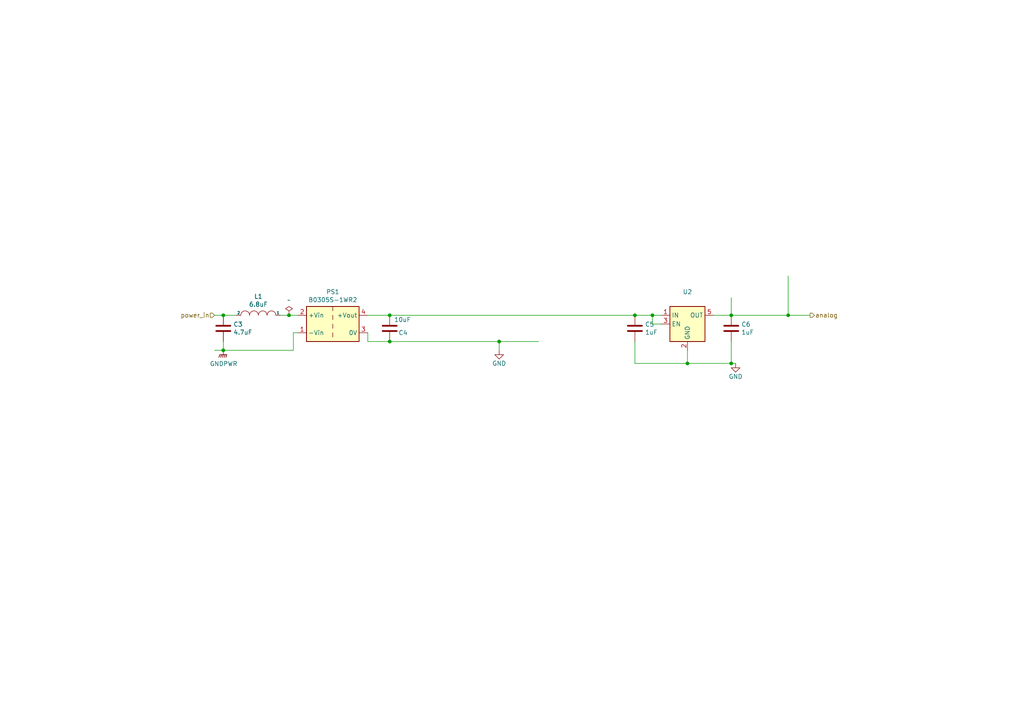
<source format=kicad_sch>
(kicad_sch (version 20211123) (generator eeschema)
  (paper "A4")
  (lib_symbols
    (symbol "0JLC-6:10uF_1206_50V" (pin_numbers hide) (pin_names (offset 0.254))
      (property "Reference" "C" (at 0.635 2.54 0))
      (property "Value" "10uF_1206_50V" (at 0.635 -2.54 0))
      (symbol "10uF_1206_50V_0_1"
        (polyline (pts (xy -2.032 -0.762) (xy 2.032 -0.762)) (stroke (width 0.508)))
        (polyline (pts (xy -2.032 0.762) (xy 2.032 0.762)) (stroke (width 0.508)))
      )
      (symbol "10uF_1206_50V_1_1"
        (pin passive line (at 0 3.81 270) (length 2.794) (name "~") (number "1"))
        (pin passive line (at 0 -3.81 90) (length 2.794) (name "~") (number "2"))
      )
    )
    (symbol "0JLC-6:1uF" (pin_numbers hide) (pin_names (offset 0.254))
      (property "Reference" "C" (at 0.635 2.54 0))
      (property "Value" "1uF" (at 0.635 -2.54 0))
      (symbol "1uF_0_1"
        (polyline (pts (xy -2.032 -0.762) (xy 2.032 -0.762)) (stroke (width 0.508)))
        (polyline (pts (xy -2.032 0.762) (xy 2.032 0.762)) (stroke (width 0.508)))
      )
      (symbol "1uF_1_1"
        (pin passive line (at 0 3.81 270) (length 2.794) (name "~") (number "1"))
        (pin passive line (at 0 -3.81 90) (length 2.794) (name "~") (number "2"))
      )
    )
    (symbol "0JLC-6:4.7uF_1206_50V" (pin_numbers hide) (pin_names (offset 0.254))
      (property "Reference" "C" (at 0.635 2.54 0))
      (property "Value" "4.7uF_1206_50V" (at 0.635 -2.54 0))
      (symbol "4.7uF_1206_50V_0_1"
        (polyline (pts (xy -2.032 -0.762) (xy 2.032 -0.762)) (stroke (width 0.508)))
        (polyline (pts (xy -2.032 0.762) (xy 2.032 0.762)) (stroke (width 0.508)))
      )
      (symbol "4.7uF_1206_50V_1_1"
        (pin passive line (at 0 3.81 270) (length 2.794) (name "~") (number "1"))
        (pin passive line (at 0 -3.81 90) (length 2.794) (name "~") (number "2"))
      )
    )
    (symbol "0JLC-6:LP5907MFX-3.3"
      (property "Reference" "U" (at -3.81 6.35 0))
      (property "Value" "LP5907MFX-3.3" (at 6.35 6.35 0))
      (symbol "LP5907MFX-3.3_0_1"
        (rectangle (start -5.08 -5.08) (end 5.08 5.08) (stroke (width 0.254)) (fill (type background)))
        (pin power_in line (at -7.62 2.54 0) (length 2.54) (name "IN") (number "1"))
        (pin power_in line (at 0 -7.62 90) (length 2.54) (name "GND") (number "2"))
        (pin input line (at -7.62 0 0) (length 2.54) (name "EN") (number "3"))
        (pin no_connect line (at 5.08 0 180) (length 2.54) hide (name "NC") (number "4"))
        (pin power_out line (at 7.62 2.54 180) (length 2.54) (name "OUT") (number "5"))
      )
    )
    (symbol "power:GND" (power) (pin_names (offset 0))
      (property "Value" "GND" (at 0 -3.81 0))
      (symbol "GND_0_1"
        (polyline (pts (xy 0 0) (xy 0 -1.27) (xy 1.27 -1.27) (xy 0 -2.54) (xy -1.27 -1.27) (xy 0 -1.27)))
      )
      (symbol "GND_1_1"
        (pin power_in line (at 0 0 270) (length 0) hide (name "GND") (number "1"))
      )
    )
    (symbol "power:GNDPWR" (power) (pin_names (offset 0))
      (property "Value" "GNDPWR" (at 0 -3.302 0))
      (symbol "GNDPWR_0_1"
        (polyline (pts (xy 0 -1.27) (xy 0 0)))
        (polyline (pts (xy -1.016 -1.27) (xy -1.27 -2.032) (xy -1.27 -2.032)) (stroke (width 0.2032)))
        (polyline (pts (xy -0.508 -1.27) (xy -0.762 -2.032) (xy -0.762 -2.032)) (stroke (width 0.2032)))
        (polyline (pts (xy 0 -1.27) (xy -0.254 -2.032) (xy -0.254 -2.032)) (stroke (width 0.2032)))
        (polyline (pts (xy 0.508 -1.27) (xy 0.254 -2.032) (xy 0.254 -2.032)) (stroke (width 0.2032)))
        (polyline (pts (xy 1.016 -1.27) (xy -1.016 -1.27) (xy -1.016 -1.27)) (stroke (width 0.2032)))
        (polyline (pts (xy 1.016 -1.27) (xy 0.762 -2.032) (xy 0.762 -2.032) (xy 0.762 -2.032)) (stroke (width 0.2032)))
      )
      (symbol "GNDPWR_1_1"
        (pin power_in line (at 0 0 270) (length 0) hide (name "GNDPWR") (number "1"))
      )
    )
    (symbol "power:PWR_FLAG" (power) (pin_numbers hide) (pin_names (offset 0) hide)
      (property "Value" "PWR_FLAG" (at 0 3.81 0))
      (symbol "PWR_FLAG_0_0"
        (pin power_out line (at 0 0 90) (length 0) (name "pwr") (number "1"))
      )
      (symbol "PWR_FLAG_0_1"
        (polyline (pts (xy 0 0) (xy 0 1.27) (xy -1.016 1.905) (xy 0 2.54) (xy 1.016 1.905) (xy 0 1.27)))
      )
    )
    (symbol "pspice:INDUCTOR" (pin_numbers hide) (pin_names (offset 0))
      (property "Reference" "L" (at 0 2.54 0))
      (property "Value" "INDUCTOR" (at 0 -1.27 0))
      (symbol "INDUCTOR_0_1"
        (arc (start -2.54 0) (mid -3.81 1.27) (end -5.08 0))
        (arc (start 0 0) (mid -1.27 1.27) (end -2.54 0))
        (arc (start 2.54 0) (mid 1.27 1.27) (end 0 0))
        (arc (start 5.08 0) (mid 3.81 1.27) (end 2.54 0))
      )
      (symbol "INDUCTOR_1_1"
        (pin input line (at -6.35 0 0) (length 1.27) (name "1") (number "1"))
        (pin input line (at 6.35 0 180) (length 1.27) (name "2") (number "2"))
      )
    )
    (symbol "uart_mux-rescue:B0305S-1WR2-0my_power"
      (property "Reference" "PS" (at -7.62 6.35 0))
      (property "Value" "B0305S-1WR2-0my_power" (at 1.27 6.35 0))
      (symbol "B0305S-1WR2-0my_power_0_0"
        (pin power_in line (at -10.16 -2.54 0) (length 2.54) (name "-Vin") (number "1"))
        (pin power_in line (at -10.16 2.54 0) (length 2.54) (name "+Vin") (number "2"))
        (pin power_out line (at 10.16 -2.54 180) (length 2.54) (name "0V") (number "3"))
        (pin power_out line (at 10.16 2.54 180) (length 2.54) (name "+Vout") (number "4"))
      )
      (symbol "B0305S-1WR2-0my_power_0_1"
        (rectangle (start -7.62 5.08) (end 7.62 -5.08) (stroke (width 0.254)) (fill (type background)))
        (polyline (pts (xy 0 -2.54) (xy 0 -3.81)))
        (polyline (pts (xy 0 0) (xy 0 -1.27)))
        (polyline (pts (xy 0 2.54) (xy 0 1.27)))
        (polyline (pts (xy 0 5.08) (xy 0 3.81)))
      )
    )
  )
  (junction (at 189.23 91.44))
  (junction (at 212.09 105.41))
  (junction (at 212.09 91.44))
  (junction (at 113.03 91.44))
  (junction (at 199.39 105.41))
  (junction (at 83.82 91.44))
  (junction (at 64.77 101.6))
  (junction (at 144.78 99.06))
  (junction (at 228.6 91.44))
  (junction (at 64.77 91.44))
  (junction (at 184.15 91.44))
  (junction (at 113.03 99.06))
  (wire (pts (xy 184.15 91.44) (xy 189.23 91.44)))
  (wire (pts (xy 85.09 96.52) (xy 85.09 101.6)))
  (wire (pts (xy 113.03 99.06) (xy 144.78 99.06)))
  (wire (pts (xy 106.68 96.52) (xy 106.68 99.06)))
  (wire (pts (xy 64.77 99.06) (xy 64.77 101.6)))
  (wire (pts (xy 228.6 80.01) (xy 228.6 91.44)))
  (wire (pts (xy 184.15 105.41) (xy 184.15 99.06)))
  (wire (pts (xy 83.82 91.44) (xy 86.36 91.44)))
  (wire (pts (xy 212.09 91.44) (xy 207.01 91.44)))
  (wire (pts (xy 113.03 91.44) (xy 184.15 91.44)))
  (wire (pts (xy 212.09 105.41) (xy 213.36 105.41)))
  (wire (pts (xy 62.23 91.44) (xy 64.77 91.44)))
  (wire (pts (xy 62.23 101.6) (xy 64.77 101.6)))
  (wire (pts (xy 106.68 99.06) (xy 113.03 99.06)))
  (wire (pts (xy 85.09 101.6) (xy 64.77 101.6)))
  (wire (pts (xy 189.23 91.44) (xy 191.77 91.44)))
  (wire (pts (xy 64.77 91.44) (xy 68.58 91.44)))
  (wire (pts (xy 189.23 91.44) (xy 189.23 93.98)))
  (wire (pts (xy 86.36 96.52) (xy 85.09 96.52)))
  (wire (pts (xy 212.09 99.06) (xy 212.09 105.41)))
  (wire (pts (xy 199.39 101.6) (xy 199.39 105.41)))
  (wire (pts (xy 228.6 91.44) (xy 234.95 91.44)))
  (wire (pts (xy 199.39 105.41) (xy 184.15 105.41)))
  (wire (pts (xy 144.78 101.6) (xy 144.78 99.06)))
  (wire (pts (xy 81.28 91.44) (xy 83.82 91.44)))
  (wire (pts (xy 144.78 99.06) (xy 156.21 99.06)))
  (wire (pts (xy 199.39 105.41) (xy 212.09 105.41)))
  (wire (pts (xy 189.23 93.98) (xy 191.77 93.98)))
  (wire (pts (xy 106.68 91.44) (xy 113.03 91.44)))
  (wire (pts (xy 212.09 91.44) (xy 212.09 86.36)))
  (wire (pts (xy 212.09 91.44) (xy 228.6 91.44)))
  (hierarchical_label "analog" (shape output) (at 234.95 91.44 0))
  (hierarchical_label "power_in" (shape input) (at 62.23 91.44 180))
  (symbol (lib_id "0JLC-6:1uF") (at 184.15 95.25 0) (unit 1)
    (property "Reference" "C5" (at 187.071 94.0816 0) (effects (justify left)))
    (property "Value" "1uF" (at 187.071 96.393 0) (effects (justify left)))
    (property "Footprint" "Capacitor_SMD:C_0603_1608Metric_Pad1.08x0.95mm_HandSolder" (effects hide))
    (property "LCSC" "C15849" (effects hide))
    (property "MPN" "CL10A105KB8NNNC" (effects hide))
  )
  (symbol (lib_id "uart_mux-rescue:B0305S-1WR2-0my_power") (at 96.52 93.98 0) (unit 1)
    (property "Reference" "PS1" (at 96.52 84.6582 0))
    (property "Value" "B0305S-1WR2" (at 96.52 86.9696 0))
    (property "Footprint" "Converter_DCDC:Converter_DCDC_Murata_CRE1xxxxxx3C_THT" (effects hide))
    (property "LCSC" "C80854" (effects hide))
    (property "MPN" "B0305S-1WR2" (effects hide))
  )
  (symbol (lib_id "power:GND") (at 144.78 101.6 0) (unit 1)
    (property "Reference" "#PWR08" (effects hide))
    (property "Value" "~" (at 144.78 105.41 0))
  )
  (symbol (lib_id "power:PWR_FLAG") (at 83.82 91.44 0) (unit 1)
    (property "Reference" "#FLG03" (effects hide))
    (property "Value" "~" (at 83.82 87.0458 0))
  )
  (symbol (lib_id "0JLC-6:4.7uF_1206_50V") (at 64.77 95.25 0) (unit 1)
    (property "Reference" "C3" (at 67.691 94.0816 0) (effects (justify left)))
    (property "Value" "4.7uF" (at 67.691 96.393 0) (effects (justify left)))
    (property "Footprint" "Capacitor_SMD:C_1206_3216Metric_Pad1.33x1.80mm_HandSolder" (effects hide))
    (property "LCSC" "C29823" (effects hide))
    (property "MPN" "1206B475K500NT" (effects hide))
  )
  (symbol (lib_id "0JLC-6:10uF_1206_50V") (at 113.03 95.25 0) (unit 1)
    (property "Reference" "C4" (at 115.57 96.52 0) (effects (justify left)))
    (property "Value" "10uF" (at 114.3 92.71 0) (effects (justify left)))
    (property "Footprint" "Capacitor_SMD:C_1206_3216Metric_Pad1.33x1.80mm_HandSolder" (effects hide))
    (property "LCSC" "C13585" (effects hide))
    (property "MPN" "CL31A106KBHNNNE" (effects hide))
  )
  (symbol (lib_id "0JLC-6:1uF") (at 212.09 95.25 0) (unit 1)
    (property "Reference" "C6" (at 215.011 94.0816 0) (effects (justify left)))
    (property "Value" "1uF" (at 215.011 96.393 0) (effects (justify left)))
    (property "Footprint" "Capacitor_SMD:C_0603_1608Metric_Pad1.08x0.95mm_HandSolder" (effects hide))
    (property "LCSC" "C15849" (effects hide))
    (property "MPN" "CL10A105KB8NNNC" (effects hide))
  )
  (symbol (lib_id "power:GND") (at 213.36 105.41 0) (unit 1)
    (property "Reference" "#PWR09" (effects hide))
    (property "Value" "~" (at 213.36 109.22 0))
  )
  (symbol (lib_id "pspice:INDUCTOR") (at 74.93 91.44 0) (mirror y) (unit 1)
    (property "Reference" "L1" (at 74.93 85.979 0))
    (property "Value" "6.8uF" (at 74.93 88.2904 0))
    (property "Footprint" "Inductor_SMD:L_1210_3225Metric_Pad1.42x2.65mm_HandSolder" (effects hide))
    (property "MPN" "NLCV32T-6R8M-PFR" (effects hide))
    (property "LCSC" "C87559" (effects hide))
  )
  (symbol (lib_id "power:GNDPWR") (at 64.77 101.6 0) (unit 1)
    (property "Reference" "#PWR07" (effects hide))
    (property "Value" "~" (at 64.8716 105.5116 0))
  )
  (symbol (lib_id "0JLC-6:LP5907MFX-3.3") (at 199.39 93.98 0) (unit 1)
    (property "Reference" "U2" (at 199.39 84.6582 0))
    (property "Datasheet" "http://www.ti.com/lit/ds/symlink/lp5907.pdf" (effects hide))
    (property "LCSC" "C529554" (effects hide))
    (property "MPN" "LP5907MFX-4.5/NOPB" (effects hide))
  )
)
</source>
